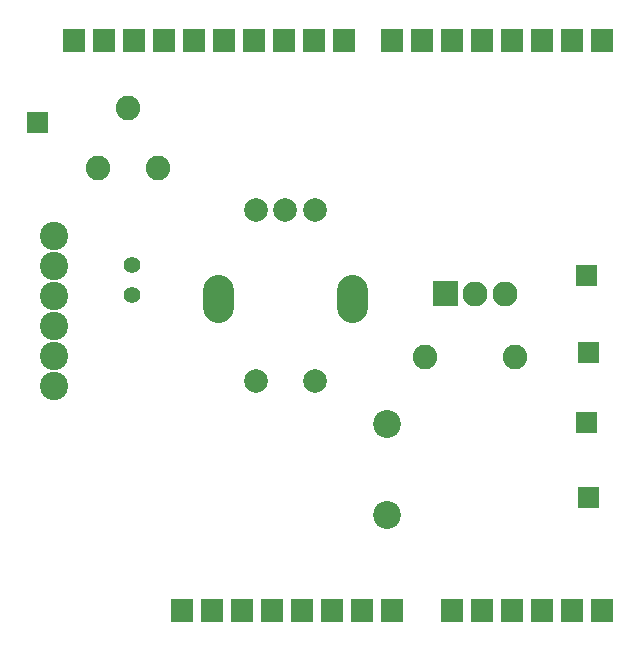
<source format=gbs>
G04 Layer: BottomSolderMaskLayer*
G04 EasyEDA v6.4.14, 2021-01-16T22:14:06+01:00*
G04 127a1a6c01e64450920e76bbda239c08,12e5bc712d0f4a5fb02ba00eb72bdd37,10*
G04 Gerber Generator version 0.2*
G04 Scale: 100 percent, Rotated: No, Reflected: No *
G04 Dimensions in inches *
G04 leading zeros omitted , absolute positions ,3 integer and 6 decimal *
%FSLAX36Y36*%
%MOIN*%

%ADD21C,0.0945*%
%ADD27C,0.1025*%
%ADD28C,0.0820*%
%ADD30C,0.0830*%
%ADD31C,0.0550*%
%ADD32C,0.0789*%
%ADD34C,0.0930*%

%LPD*%
D27*
X1669409Y1117600D02*
G01*
X1669409Y1172719D01*
X1220590Y1117600D02*
G01*
X1220590Y1172719D01*
D21*
G01*
X675200Y1353029D03*
G01*
X675200Y1253029D03*
G01*
X675200Y1153029D03*
G01*
X675200Y1053029D03*
G01*
X675200Y953029D03*
G01*
X675200Y853029D03*
D28*
G01*
X820000Y1580000D03*
G01*
X920000Y1780000D03*
G01*
X1020000Y1580000D03*
G01*
X1910000Y950000D03*
G01*
X2210000Y950000D03*
G36*
X1937500Y1118499D02*
G01*
X1937500Y1201500D01*
X2020500Y1201500D01*
X2020500Y1118499D01*
G37*
D30*
G01*
X2078999Y1160000D03*
G01*
X2178999Y1160000D03*
D31*
G01*
X935000Y1255000D03*
G01*
X935000Y1155000D03*
D32*
G01*
X1543419Y869569D03*
G01*
X1346570Y869569D03*
G01*
X1543419Y1440430D03*
G01*
X1445000Y1440430D03*
G01*
X1346570Y1440430D03*
G36*
X2420000Y445000D02*
G01*
X2420000Y515000D01*
X2490000Y515000D01*
X2490000Y445000D01*
G37*
G36*
X2415000Y1185000D02*
G01*
X2415000Y1255000D01*
X2485000Y1255000D01*
X2485000Y1185000D01*
G37*
G36*
X2415000Y695000D02*
G01*
X2415000Y765000D01*
X2485000Y765000D01*
X2485000Y695000D01*
G37*
G36*
X2420000Y930000D02*
G01*
X2420000Y1000000D01*
X2490000Y1000000D01*
X2490000Y930000D01*
G37*
G36*
X585000Y1695000D02*
G01*
X585000Y1765000D01*
X655000Y1765000D01*
X655000Y1695000D01*
G37*
D34*
G01*
X1785000Y727500D03*
G01*
X1785000Y422500D03*
G36*
X2063000Y1968000D02*
G01*
X2063000Y2041999D01*
X2136999Y2041999D01*
X2136999Y1968000D01*
G37*
G36*
X1963000Y68000D02*
G01*
X1963000Y141999D01*
X2036999Y141999D01*
X2036999Y68000D01*
G37*
G36*
X2163000Y1968000D02*
G01*
X2163000Y2041999D01*
X2236999Y2041999D01*
X2236999Y1968000D01*
G37*
G36*
X2263000Y1968000D02*
G01*
X2263000Y2041999D01*
X2336999Y2041999D01*
X2336999Y1968000D01*
G37*
G36*
X2363000Y1968000D02*
G01*
X2363000Y2041999D01*
X2436999Y2041999D01*
X2436999Y1968000D01*
G37*
G36*
X2463000Y1968000D02*
G01*
X2463000Y2041999D01*
X2536999Y2041999D01*
X2536999Y1968000D01*
G37*
G36*
X1963000Y1968000D02*
G01*
X1963000Y2041999D01*
X2036999Y2041999D01*
X2036999Y1968000D01*
G37*
G36*
X1863000Y1968000D02*
G01*
X1863000Y2041999D01*
X1936999Y2041999D01*
X1936999Y1968000D01*
G37*
G36*
X1763000Y1968000D02*
G01*
X1763000Y2041999D01*
X1836999Y2041999D01*
X1836999Y1968000D01*
G37*
G36*
X1603000Y1968000D02*
G01*
X1603000Y2041999D01*
X1676999Y2041999D01*
X1676999Y1968000D01*
G37*
G36*
X1503000Y1968000D02*
G01*
X1503000Y2041999D01*
X1576999Y2041999D01*
X1576999Y1968000D01*
G37*
G36*
X1403000Y1968000D02*
G01*
X1403000Y2041999D01*
X1476999Y2041999D01*
X1476999Y1968000D01*
G37*
G36*
X1303000Y1968000D02*
G01*
X1303000Y2041999D01*
X1376999Y2041999D01*
X1376999Y1968000D01*
G37*
G36*
X1203000Y1968000D02*
G01*
X1203000Y2041999D01*
X1276999Y2041999D01*
X1276999Y1968000D01*
G37*
G36*
X1103000Y1968000D02*
G01*
X1103000Y2041999D01*
X1176999Y2041999D01*
X1176999Y1968000D01*
G37*
G36*
X1003000Y1968000D02*
G01*
X1003000Y2041999D01*
X1076999Y2041999D01*
X1076999Y1968000D01*
G37*
G36*
X903000Y1968000D02*
G01*
X903000Y2041999D01*
X976999Y2041999D01*
X976999Y1968000D01*
G37*
G36*
X2063000Y68000D02*
G01*
X2063000Y141999D01*
X2136999Y141999D01*
X2136999Y68000D01*
G37*
G36*
X2163000Y68000D02*
G01*
X2163000Y141999D01*
X2236999Y141999D01*
X2236999Y68000D01*
G37*
G36*
X2263000Y68000D02*
G01*
X2263000Y141999D01*
X2336999Y141999D01*
X2336999Y68000D01*
G37*
G36*
X2363000Y68000D02*
G01*
X2363000Y141999D01*
X2436999Y141999D01*
X2436999Y68000D01*
G37*
G36*
X2463000Y68000D02*
G01*
X2463000Y141999D01*
X2536999Y141999D01*
X2536999Y68000D01*
G37*
G36*
X1763000Y68000D02*
G01*
X1763000Y141999D01*
X1836999Y141999D01*
X1836999Y68000D01*
G37*
G36*
X1663000Y68000D02*
G01*
X1663000Y141999D01*
X1736999Y141999D01*
X1736999Y68000D01*
G37*
G36*
X1563000Y68000D02*
G01*
X1563000Y141999D01*
X1636999Y141999D01*
X1636999Y68000D01*
G37*
G36*
X1463000Y68000D02*
G01*
X1463000Y141999D01*
X1536999Y141999D01*
X1536999Y68000D01*
G37*
G36*
X1363000Y68000D02*
G01*
X1363000Y141999D01*
X1436999Y141999D01*
X1436999Y68000D01*
G37*
G36*
X1263000Y68000D02*
G01*
X1263000Y141999D01*
X1336999Y141999D01*
X1336999Y68000D01*
G37*
G36*
X803000Y1968000D02*
G01*
X803000Y2041999D01*
X876999Y2041999D01*
X876999Y1968000D01*
G37*
G36*
X703000Y1968000D02*
G01*
X703000Y2041999D01*
X776999Y2041999D01*
X776999Y1968000D01*
G37*
G36*
X1163000Y68000D02*
G01*
X1163000Y141999D01*
X1236999Y141999D01*
X1236999Y68000D01*
G37*
G36*
X1063000Y68000D02*
G01*
X1063000Y141999D01*
X1136999Y141999D01*
X1136999Y68000D01*
G37*
M02*

</source>
